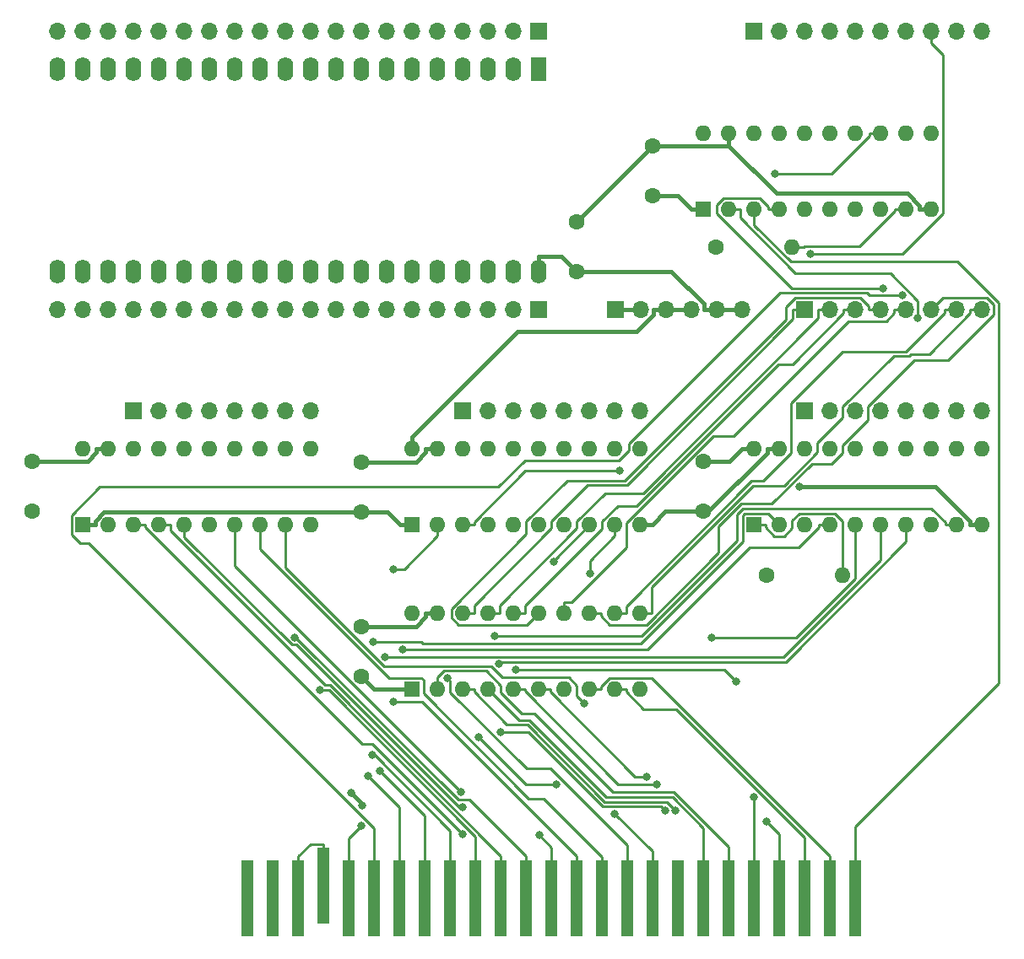
<source format=gtl>
G04 #@! TF.GenerationSoftware,KiCad,Pcbnew,(6.0.9)*
G04 #@! TF.CreationDate,2023-07-02T11:07:52+02:00*
G04 #@! TF.ProjectId,Cartucho_MSX_Tang_Nano_20k_Breakout,43617274-7563-4686-9f5f-4d53585f5461,rev?*
G04 #@! TF.SameCoordinates,Original*
G04 #@! TF.FileFunction,Copper,L1,Top*
G04 #@! TF.FilePolarity,Positive*
%FSLAX46Y46*%
G04 Gerber Fmt 4.6, Leading zero omitted, Abs format (unit mm)*
G04 Created by KiCad (PCBNEW (6.0.9)) date 2023-07-02 11:07:52*
%MOMM*%
%LPD*%
G01*
G04 APERTURE LIST*
G04 #@! TA.AperFunction,ComponentPad*
%ADD10R,1.600000X2.400000*%
G04 #@! TD*
G04 #@! TA.AperFunction,ComponentPad*
%ADD11O,1.600000X2.400000*%
G04 #@! TD*
G04 #@! TA.AperFunction,ComponentPad*
%ADD12R,1.700000X1.700000*%
G04 #@! TD*
G04 #@! TA.AperFunction,ComponentPad*
%ADD13O,1.700000X1.700000*%
G04 #@! TD*
G04 #@! TA.AperFunction,ComponentPad*
%ADD14C,1.600000*%
G04 #@! TD*
G04 #@! TA.AperFunction,ComponentPad*
%ADD15R,1.600000X1.600000*%
G04 #@! TD*
G04 #@! TA.AperFunction,ComponentPad*
%ADD16O,1.600000X1.600000*%
G04 #@! TD*
G04 #@! TA.AperFunction,SMDPad,CuDef*
%ADD17R,1.270000X7.620000*%
G04 #@! TD*
G04 #@! TA.AperFunction,ViaPad*
%ADD18C,0.800000*%
G04 #@! TD*
G04 #@! TA.AperFunction,Conductor*
%ADD19C,0.400000*%
G04 #@! TD*
G04 #@! TA.AperFunction,Conductor*
%ADD20C,0.250000*%
G04 #@! TD*
G04 APERTURE END LIST*
D10*
X110460000Y-55880000D03*
D11*
X107920000Y-55880000D03*
X105380000Y-55880000D03*
X102840000Y-55880000D03*
X100300000Y-55880000D03*
X97760000Y-55880000D03*
X95220000Y-55880000D03*
X92680000Y-55880000D03*
X90140000Y-55880000D03*
X87600000Y-55880000D03*
X85060000Y-55880000D03*
X82520000Y-55880000D03*
X79980000Y-55880000D03*
X77440000Y-55880000D03*
X74900000Y-55880000D03*
X72360000Y-55880000D03*
X69820000Y-55880000D03*
X67280000Y-55880000D03*
X64740000Y-55880000D03*
X62200000Y-55880000D03*
X62200000Y-76200000D03*
X64740000Y-76200000D03*
X67280000Y-76200000D03*
X69820000Y-76200000D03*
X72360000Y-76200000D03*
X74900000Y-76200000D03*
X77440000Y-76200000D03*
X79980000Y-76200000D03*
X82520000Y-76200000D03*
X85060000Y-76200000D03*
X87600000Y-76200000D03*
X90140000Y-76200000D03*
X92680000Y-76200000D03*
X95220000Y-76200000D03*
X97760000Y-76200000D03*
X100300000Y-76200000D03*
X102840000Y-76200000D03*
X105380000Y-76200000D03*
X107920000Y-76200000D03*
X110460000Y-76200000D03*
D12*
X110460000Y-80010000D03*
D13*
X107920000Y-80010000D03*
X105380000Y-80010000D03*
X102840000Y-80010000D03*
X100300000Y-80010000D03*
X97760000Y-80010000D03*
X95220000Y-80010000D03*
X92680000Y-80010000D03*
X90140000Y-80010000D03*
X87600000Y-80010000D03*
X85060000Y-80010000D03*
X82520000Y-80010000D03*
X79980000Y-80010000D03*
X77440000Y-80010000D03*
X74900000Y-80010000D03*
X72360000Y-80010000D03*
X69820000Y-80010000D03*
X67280000Y-80010000D03*
X64740000Y-80010000D03*
X62200000Y-80010000D03*
D14*
X114300000Y-76135000D03*
X114300000Y-71135000D03*
X127000000Y-95225000D03*
X127000000Y-100225000D03*
X59695000Y-100215000D03*
X59695000Y-95215000D03*
D15*
X64775000Y-101565000D03*
D16*
X67315000Y-101565000D03*
X69855000Y-101565000D03*
X72395000Y-101565000D03*
X74935000Y-101565000D03*
X77475000Y-101565000D03*
X80015000Y-101565000D03*
X82555000Y-101565000D03*
X85095000Y-101565000D03*
X87635000Y-101565000D03*
X87635000Y-93945000D03*
X85095000Y-93945000D03*
X82555000Y-93945000D03*
X80015000Y-93945000D03*
X77475000Y-93945000D03*
X74935000Y-93945000D03*
X72395000Y-93945000D03*
X69855000Y-93945000D03*
X67315000Y-93945000D03*
X64775000Y-93945000D03*
D17*
X142240000Y-139065000D03*
X139700000Y-139065000D03*
X137160000Y-139065000D03*
X134620000Y-139065000D03*
X132080000Y-139065000D03*
X129540000Y-139065000D03*
X127000000Y-139065000D03*
X124460000Y-139065000D03*
X121920000Y-139065000D03*
X119380000Y-139065000D03*
X116840000Y-139065000D03*
X114300000Y-139065000D03*
X111760000Y-139065000D03*
X109220000Y-139065000D03*
X106680000Y-139065000D03*
X104140000Y-139065000D03*
X101600000Y-139065000D03*
X99060000Y-139065000D03*
X96520000Y-139065000D03*
X93980000Y-139065000D03*
X91440000Y-139065000D03*
X88900000Y-137795000D03*
X86360000Y-139065000D03*
X83820000Y-139065000D03*
X81280000Y-139065000D03*
D14*
X128270000Y-73715000D03*
D16*
X135890000Y-73715000D03*
D12*
X110460000Y-52070000D03*
D13*
X107920000Y-52070000D03*
X105380000Y-52070000D03*
X102840000Y-52070000D03*
X100300000Y-52070000D03*
X97760000Y-52070000D03*
X95220000Y-52070000D03*
X92680000Y-52070000D03*
X90140000Y-52070000D03*
X87600000Y-52070000D03*
X85060000Y-52070000D03*
X82520000Y-52070000D03*
X79980000Y-52070000D03*
X77440000Y-52070000D03*
X74900000Y-52070000D03*
X72360000Y-52070000D03*
X69820000Y-52070000D03*
X67280000Y-52070000D03*
X64740000Y-52070000D03*
X62200000Y-52070000D03*
D12*
X137160000Y-79985000D03*
D13*
X139700000Y-79985000D03*
X142240000Y-79985000D03*
X144780000Y-79985000D03*
X147320000Y-79985000D03*
X149860000Y-79985000D03*
X152400000Y-79985000D03*
X154940000Y-79985000D03*
D15*
X97795000Y-118075000D03*
D16*
X100335000Y-118075000D03*
X102875000Y-118075000D03*
X105415000Y-118075000D03*
X107955000Y-118075000D03*
X110495000Y-118075000D03*
X113035000Y-118075000D03*
X115575000Y-118075000D03*
X118115000Y-118075000D03*
X120655000Y-118075000D03*
X120655000Y-110455000D03*
X118115000Y-110455000D03*
X115575000Y-110455000D03*
X113035000Y-110455000D03*
X110495000Y-110455000D03*
X107955000Y-110455000D03*
X105415000Y-110455000D03*
X102875000Y-110455000D03*
X100335000Y-110455000D03*
X97795000Y-110455000D03*
D14*
X92715000Y-100295000D03*
X92715000Y-95295000D03*
X121920000Y-68555000D03*
X121920000Y-63555000D03*
X133350000Y-106655000D03*
D16*
X140970000Y-106655000D03*
D14*
X92715000Y-116805000D03*
X92715000Y-111805000D03*
D12*
X69850000Y-90145000D03*
D13*
X72390000Y-90145000D03*
X74930000Y-90145000D03*
X77470000Y-90145000D03*
X80010000Y-90145000D03*
X82550000Y-90145000D03*
X85090000Y-90145000D03*
X87630000Y-90145000D03*
D12*
X118135000Y-79960000D03*
D13*
X120675000Y-79960000D03*
X123215000Y-79960000D03*
X125755000Y-79960000D03*
X128295000Y-79960000D03*
X130835000Y-79960000D03*
D12*
X132080000Y-52045000D03*
D13*
X134620000Y-52045000D03*
X137160000Y-52045000D03*
X139700000Y-52045000D03*
X142240000Y-52045000D03*
X144780000Y-52045000D03*
X147320000Y-52045000D03*
X149860000Y-52045000D03*
X152400000Y-52045000D03*
X154940000Y-52045000D03*
D15*
X127000000Y-69905000D03*
D16*
X129540000Y-69905000D03*
X132080000Y-69905000D03*
X134620000Y-69905000D03*
X137160000Y-69905000D03*
X139700000Y-69905000D03*
X142240000Y-69905000D03*
X144780000Y-69905000D03*
X147320000Y-69905000D03*
X149860000Y-69905000D03*
X149860000Y-62285000D03*
X147320000Y-62285000D03*
X144780000Y-62285000D03*
X142240000Y-62285000D03*
X139700000Y-62285000D03*
X137160000Y-62285000D03*
X134620000Y-62285000D03*
X132080000Y-62285000D03*
X129540000Y-62285000D03*
X127000000Y-62285000D03*
D15*
X132080000Y-101575000D03*
D16*
X134620000Y-101575000D03*
X137160000Y-101575000D03*
X139700000Y-101575000D03*
X142240000Y-101575000D03*
X144780000Y-101575000D03*
X147320000Y-101575000D03*
X149860000Y-101575000D03*
X152400000Y-101575000D03*
X154940000Y-101575000D03*
X154940000Y-93955000D03*
X152400000Y-93955000D03*
X149860000Y-93955000D03*
X147320000Y-93955000D03*
X144780000Y-93955000D03*
X142240000Y-93955000D03*
X139700000Y-93955000D03*
X137160000Y-93955000D03*
X134620000Y-93955000D03*
X132080000Y-93955000D03*
D15*
X97795000Y-101565000D03*
D16*
X100335000Y-101565000D03*
X102875000Y-101565000D03*
X105415000Y-101565000D03*
X107955000Y-101565000D03*
X110495000Y-101565000D03*
X113035000Y-101565000D03*
X115575000Y-101565000D03*
X118115000Y-101565000D03*
X120655000Y-101565000D03*
X120655000Y-93945000D03*
X118115000Y-93945000D03*
X115575000Y-93945000D03*
X113035000Y-93945000D03*
X110495000Y-93945000D03*
X107955000Y-93945000D03*
X105415000Y-93945000D03*
X102875000Y-93945000D03*
X100335000Y-93945000D03*
X97795000Y-93945000D03*
D12*
X102870000Y-90145000D03*
D13*
X105410000Y-90145000D03*
X107950000Y-90145000D03*
X110490000Y-90145000D03*
X113030000Y-90145000D03*
X115570000Y-90145000D03*
X118110000Y-90145000D03*
X120650000Y-90145000D03*
D12*
X137160000Y-90145000D03*
D13*
X139700000Y-90145000D03*
X142240000Y-90145000D03*
X144780000Y-90145000D03*
X147320000Y-90145000D03*
X149860000Y-90145000D03*
X152400000Y-90145000D03*
X154940000Y-90145000D03*
D18*
X91640200Y-128515200D03*
X136631500Y-97762200D03*
X92731800Y-129743800D03*
X86014300Y-112882100D03*
X124197800Y-130235700D03*
X122312500Y-127662700D03*
X121283100Y-126865900D03*
X104420700Y-122903000D03*
X92722000Y-131809700D03*
X112240500Y-127659000D03*
X93909100Y-113309700D03*
X93814300Y-124678500D03*
X130295100Y-117284300D03*
X108207600Y-116120500D03*
X96831800Y-114072400D03*
X94551100Y-126258800D03*
X127803800Y-112934200D03*
X106637200Y-122418500D03*
X123184800Y-130279300D03*
X93374100Y-126809000D03*
X95084100Y-114835200D03*
X106505800Y-115560400D03*
X146920300Y-78515000D03*
X106042400Y-112750300D03*
X102839900Y-132645900D03*
X102825400Y-129916500D03*
X88515300Y-118194800D03*
X102707900Y-128444200D03*
X115048500Y-119502400D03*
X118629500Y-96176300D03*
X118127200Y-130566800D03*
X115601600Y-106463600D03*
X101308300Y-116975500D03*
X95943500Y-106049800D03*
X95943500Y-119367500D03*
X111954000Y-105330700D03*
X110518200Y-132717300D03*
X137689300Y-74422400D03*
X148517900Y-80838200D03*
X144976700Y-77825100D03*
X134158500Y-66345600D03*
X133357500Y-131372700D03*
X132080000Y-128934200D03*
D19*
X97795000Y-101565000D02*
X96594900Y-101565000D01*
X97795000Y-92744900D02*
X108379400Y-82160500D01*
X132080000Y-93955000D02*
X130879900Y-93955000D01*
X92715000Y-100295000D02*
X66870100Y-100295000D01*
X129609900Y-95225000D02*
X130879900Y-93955000D01*
X93985000Y-118075000D02*
X92715000Y-116805000D01*
X96594900Y-118075000D02*
X93985000Y-118075000D01*
X97795000Y-118075000D02*
X96594900Y-118075000D01*
X127000000Y-95225000D02*
X129609900Y-95225000D01*
X121920000Y-68555000D02*
X124449900Y-68555000D01*
X97795000Y-93945000D02*
X97795000Y-92744900D01*
X121964900Y-80478000D02*
X121964900Y-79960000D01*
X108379400Y-82160500D02*
X120282400Y-82160500D01*
X127000000Y-69905000D02*
X125799900Y-69905000D01*
X120282400Y-82160500D02*
X121964900Y-80478000D01*
X123215000Y-79960000D02*
X121964900Y-79960000D01*
X124449900Y-68555000D02*
X125799900Y-69905000D01*
X95324900Y-100295000D02*
X92715000Y-100295000D01*
X65975100Y-101190000D02*
X65975100Y-101565000D01*
X125755000Y-79960000D02*
X123215000Y-79960000D01*
X64775000Y-101565000D02*
X65975100Y-101565000D01*
X96594900Y-101565000D02*
X95324900Y-100295000D01*
X66870100Y-100295000D02*
X65975100Y-101190000D01*
X66114900Y-93945000D02*
X66114900Y-94320000D01*
X121920000Y-63555000D02*
X129540000Y-63555000D01*
X100335000Y-110455000D02*
X99134900Y-110455000D01*
X149860000Y-69905000D02*
X148659900Y-69905000D01*
X121880000Y-63555000D02*
X121920000Y-63555000D01*
X147459900Y-68332000D02*
X148659900Y-69532000D01*
X66114900Y-94320000D02*
X65219900Y-95215000D01*
X92731800Y-129606800D02*
X92731800Y-129743800D01*
X98157900Y-111805000D02*
X99134900Y-110828000D01*
X100335000Y-93945000D02*
X99134900Y-93945000D01*
X99134900Y-110828000D02*
X99134900Y-110455000D01*
X118135000Y-79960000D02*
X120675000Y-79960000D01*
X133419900Y-94328000D02*
X133419900Y-93955000D01*
X148659900Y-69532000D02*
X148659900Y-69905000D01*
X98157900Y-95295000D02*
X99134900Y-94318000D01*
X99134900Y-94318000D02*
X99134900Y-93945000D01*
X120655000Y-101565000D02*
X121855100Y-101565000D01*
X67315000Y-93945000D02*
X66114900Y-93945000D01*
X127000000Y-100225000D02*
X127522900Y-100225000D01*
X92715000Y-95295000D02*
X98157900Y-95295000D01*
X121855100Y-101565000D02*
X123195100Y-100225000D01*
X123195100Y-100225000D02*
X127000000Y-100225000D01*
X136631500Y-97762200D02*
X150300100Y-97762200D01*
X134317000Y-68332000D02*
X147459900Y-68332000D01*
X92715000Y-111805000D02*
X98157900Y-111805000D01*
X134620000Y-93955000D02*
X133419900Y-93955000D01*
X129540000Y-63555000D02*
X134317000Y-68332000D01*
X129540000Y-62285000D02*
X129540000Y-63485100D01*
X65219900Y-95215000D02*
X59695000Y-95215000D01*
X150300100Y-97762200D02*
X153739900Y-101202000D01*
X127522900Y-100225000D02*
X133419900Y-94328000D01*
X153739900Y-101202000D02*
X153739900Y-101575000D01*
X154940000Y-101575000D02*
X153739900Y-101575000D01*
X114300000Y-71135000D02*
X121880000Y-63555000D01*
X129540000Y-63485100D02*
X129540000Y-63555000D01*
X91640200Y-128515200D02*
X92731800Y-129606800D01*
X123766800Y-76135000D02*
X114300000Y-76135000D01*
X128295000Y-79960000D02*
X127044900Y-79960000D01*
X110460000Y-76200000D02*
X110460000Y-74599900D01*
X114300000Y-76135000D02*
X112764900Y-74599900D01*
X112764900Y-74599900D02*
X110460000Y-74599900D01*
X127044900Y-79960000D02*
X127044900Y-79413100D01*
X130835000Y-79960000D02*
X128295000Y-79960000D01*
X127044900Y-79413100D02*
X123766800Y-76135000D01*
D20*
X86360000Y-134870800D02*
X87570900Y-133659900D01*
X88900000Y-137795000D02*
X88900000Y-133659900D01*
X86360000Y-139065000D02*
X86360000Y-134870800D01*
X87570900Y-133659900D02*
X88900000Y-133659900D01*
X109220000Y-134878900D02*
X103532500Y-129191400D01*
X109220000Y-139065000D02*
X109220000Y-134878900D01*
X102404300Y-129191400D02*
X86095000Y-112882100D01*
X86095000Y-112882100D02*
X86014300Y-112882100D01*
X103532500Y-129191400D02*
X102404300Y-129191400D01*
X105210000Y-116246800D02*
X106685000Y-117721800D01*
X100998300Y-116246800D02*
X105210000Y-116246800D01*
X106685000Y-118448400D02*
X108756400Y-120519800D01*
X124022700Y-128387800D02*
X129540000Y-133905100D01*
X100335000Y-116910100D02*
X100998300Y-116246800D01*
X110078400Y-120519800D02*
X117946400Y-128387800D01*
X108756400Y-120519800D02*
X110078400Y-120519800D01*
X100335000Y-118075000D02*
X100335000Y-116910100D01*
X117946400Y-128387800D02*
X124022700Y-128387800D01*
X129540000Y-133905100D02*
X129540000Y-139065000D01*
X106685000Y-117721800D02*
X106685000Y-118448400D01*
X117078100Y-129391500D02*
X123353600Y-129391500D01*
X123353600Y-129391500D02*
X124197800Y-130235700D01*
X102875000Y-118075000D02*
X104000100Y-118075000D01*
X109331700Y-121645100D02*
X117078100Y-129391500D01*
X107288900Y-121645100D02*
X109331700Y-121645100D01*
X104000100Y-118356300D02*
X107288900Y-121645100D01*
X104000100Y-118075000D02*
X104000100Y-118356300D01*
X108535000Y-121195000D02*
X109518200Y-121195000D01*
X105415000Y-118075000D02*
X108535000Y-121195000D01*
X127000000Y-132005600D02*
X127000000Y-139065000D01*
X117264600Y-128941400D02*
X123935800Y-128941400D01*
X109518200Y-121195000D02*
X117264600Y-128941400D01*
X123935800Y-128941400D02*
X127000000Y-132005600D01*
X109080100Y-118075000D02*
X109080100Y-118277400D01*
X118465400Y-127662700D02*
X122312500Y-127662700D01*
X109080100Y-118277400D02*
X118465400Y-127662700D01*
X107955000Y-118075000D02*
X109080100Y-118075000D01*
X110495000Y-118075000D02*
X111620100Y-118075000D01*
X120129600Y-126865900D02*
X111620100Y-118356400D01*
X111620100Y-118356400D02*
X111620100Y-118075000D01*
X121283100Y-126865900D02*
X120129600Y-126865900D01*
X109176700Y-127659000D02*
X112240500Y-127659000D01*
X104420700Y-122903000D02*
X109176700Y-127659000D01*
X92722000Y-131809700D02*
X91440000Y-133091700D01*
X91440000Y-133091700D02*
X91440000Y-139065000D01*
X94013700Y-124678500D02*
X93814300Y-124678500D01*
X134620000Y-101575000D02*
X133494800Y-100449800D01*
X130954900Y-103235800D02*
X120705100Y-113485600D01*
X120705100Y-113485600D02*
X98885100Y-113485600D01*
X131124800Y-100449800D02*
X130954900Y-100619700D01*
X133494800Y-100449800D02*
X131124800Y-100449800D01*
X101600000Y-132264800D02*
X94013700Y-124678500D01*
X98709200Y-113309700D02*
X93909100Y-113309700D01*
X101600000Y-139065000D02*
X101600000Y-132264800D01*
X98885100Y-113485600D02*
X98709200Y-113309700D01*
X130954900Y-100619700D02*
X130954900Y-103235800D01*
X130295100Y-117284300D02*
X129131300Y-116120500D01*
X129131300Y-116120500D02*
X108207600Y-116120500D01*
X99060000Y-130767700D02*
X99060000Y-139065000D01*
X138574900Y-101856300D02*
X136580400Y-103850800D01*
X136580400Y-103850800D02*
X131601300Y-103850800D01*
X139700000Y-101575000D02*
X138574900Y-101575000D01*
X121379700Y-114072400D02*
X96831800Y-114072400D01*
X131601300Y-103850800D02*
X121379700Y-114072400D01*
X94551100Y-126258800D02*
X99060000Y-130767700D01*
X138574900Y-101575000D02*
X138574900Y-101856300D01*
X142240000Y-101575000D02*
X142240000Y-107005600D01*
X122747100Y-129841600D02*
X123184800Y-130279300D01*
X106637200Y-122418500D02*
X109468500Y-122418500D01*
X109468500Y-122418500D02*
X116891600Y-129841600D01*
X136311400Y-112934200D02*
X127803800Y-112934200D01*
X142240000Y-107005600D02*
X136311400Y-112934200D01*
X116891600Y-129841600D02*
X122747100Y-129841600D01*
X95084100Y-114835200D02*
X135047100Y-114835200D01*
X144780000Y-105102300D02*
X144780000Y-101575000D01*
X135047100Y-114835200D02*
X144780000Y-105102300D01*
X93374100Y-126809000D02*
X96520000Y-129954900D01*
X96520000Y-129954900D02*
X96520000Y-139065000D01*
X135236500Y-115331200D02*
X147320000Y-103247700D01*
X106505800Y-115560400D02*
X106735000Y-115331200D01*
X106735000Y-115331200D02*
X135236500Y-115331200D01*
X147320000Y-103247700D02*
X147320000Y-102700100D01*
X147320000Y-101575000D02*
X147320000Y-102700100D01*
X63635500Y-102562500D02*
X64462500Y-103389500D01*
X118493300Y-95160000D02*
X109077200Y-95160000D01*
X64462500Y-103389500D02*
X65341600Y-103389500D01*
X119529800Y-94123500D02*
X118493300Y-95160000D01*
X119529800Y-93475700D02*
X119529800Y-94123500D01*
X66445900Y-97795000D02*
X63635500Y-100605400D01*
X134696100Y-78309400D02*
X119529800Y-93475700D01*
X106442200Y-97795000D02*
X66445900Y-97795000D01*
X65341600Y-103389500D02*
X93980000Y-132027900D01*
X143643400Y-78576100D02*
X143376700Y-78309400D01*
X63635500Y-100605400D02*
X63635500Y-102562500D01*
X146859200Y-78576100D02*
X143643400Y-78576100D01*
X143376700Y-78309400D02*
X134696100Y-78309400D01*
X146920300Y-78515000D02*
X146859200Y-78576100D01*
X93980000Y-132027900D02*
X93980000Y-139065000D01*
X109077200Y-95160000D02*
X106442200Y-97795000D01*
X151274900Y-101575000D02*
X151274900Y-101341900D01*
X120803800Y-112750300D02*
X106042400Y-112750300D01*
X151274900Y-101341900D02*
X149866500Y-99933500D01*
X130367800Y-103186300D02*
X120803800Y-112750300D01*
X149866500Y-99933500D02*
X130983400Y-99933500D01*
X152400000Y-101575000D02*
X151274900Y-101575000D01*
X130983400Y-99933500D02*
X130367800Y-100549100D01*
X130367800Y-100549100D02*
X130367800Y-103186300D01*
X70980100Y-101798200D02*
X92743700Y-123561800D01*
X70980100Y-101565000D02*
X70980100Y-101798200D01*
X93755800Y-123561800D02*
X102839900Y-132645900D01*
X92743700Y-123561800D02*
X93755800Y-123561800D01*
X69855000Y-101565000D02*
X70980100Y-101565000D01*
X72395000Y-101565000D02*
X73520100Y-101565000D01*
X73520100Y-102163800D02*
X89035200Y-117678900D01*
X89035200Y-117678900D02*
X89560400Y-117678900D01*
X106680000Y-134798500D02*
X106680000Y-139065000D01*
X73520100Y-101565000D02*
X73520100Y-102163800D01*
X89560400Y-117678900D02*
X106680000Y-134798500D01*
X85733900Y-113627400D02*
X86194000Y-113627400D01*
X102483100Y-129916500D02*
X102825400Y-129916500D01*
X86194000Y-113627400D02*
X102483100Y-129916500D01*
X74935000Y-102690100D02*
X74935000Y-102828500D01*
X74935000Y-102828500D02*
X85733900Y-113627400D01*
X74935000Y-101565000D02*
X74935000Y-102690100D01*
X104140000Y-132895100D02*
X104140000Y-139065000D01*
X89439700Y-118194800D02*
X104140000Y-132895100D01*
X88515300Y-118194800D02*
X89439700Y-118194800D01*
X80015000Y-101565000D02*
X80015000Y-105751300D01*
X80015000Y-105751300D02*
X102707900Y-128444200D01*
X98920200Y-118489400D02*
X109474000Y-129043200D01*
X95496500Y-116949800D02*
X98733800Y-116949800D01*
X109474000Y-129043200D02*
X110994300Y-129043200D01*
X110994300Y-129043200D02*
X116840000Y-134888900D01*
X116840000Y-134888900D02*
X116840000Y-139065000D01*
X98733800Y-116949800D02*
X98920200Y-117136200D01*
X82555000Y-104008300D02*
X95496500Y-116949800D01*
X98920200Y-117136200D02*
X98920200Y-118489400D01*
X82555000Y-101565000D02*
X82555000Y-104008300D01*
X114305000Y-117741200D02*
X113473700Y-116909900D01*
X94976600Y-115793200D02*
X85095000Y-105911600D01*
X105713100Y-115793200D02*
X94976600Y-115793200D01*
X85095000Y-105911600D02*
X85095000Y-101565000D01*
X115048500Y-119502400D02*
X114305000Y-118758900D01*
X106829800Y-116909900D02*
X105713100Y-115793200D01*
X113473700Y-116909900D02*
X106829800Y-116909900D01*
X114305000Y-118758900D02*
X114305000Y-117741200D01*
X104000100Y-101565000D02*
X104000100Y-101283600D01*
X104000100Y-101283600D02*
X109107400Y-96176300D01*
X109107400Y-96176300D02*
X118629500Y-96176300D01*
X102875000Y-101565000D02*
X104000100Y-101565000D01*
X121920000Y-134359600D02*
X121920000Y-139065000D01*
X118127200Y-130566800D02*
X121920000Y-134359600D01*
X118115000Y-101565000D02*
X118115000Y-102690100D01*
X115601600Y-105203500D02*
X115601600Y-106463600D01*
X118115000Y-102690100D02*
X115601600Y-105203500D01*
X101610600Y-118419400D02*
X109266200Y-126075000D01*
X101308300Y-116975500D02*
X101610600Y-117277800D01*
X109266200Y-126075000D02*
X111682100Y-126075000D01*
X111682100Y-126075000D02*
X119380000Y-133772900D01*
X101610600Y-117277800D02*
X101610600Y-118419400D01*
X119380000Y-133772900D02*
X119380000Y-139065000D01*
X100335000Y-101565000D02*
X100335000Y-102690100D01*
X114300000Y-134852300D02*
X114300000Y-139065000D01*
X100335000Y-102690100D02*
X96975300Y-106049800D01*
X95943500Y-119367500D02*
X98815200Y-119367500D01*
X98815200Y-119367500D02*
X114300000Y-134852300D01*
X96975300Y-106049800D02*
X95943500Y-106049800D01*
X115575000Y-101565000D02*
X111954000Y-105186000D01*
X111954000Y-105186000D02*
X111954000Y-105330700D01*
X111760000Y-133959100D02*
X111760000Y-139065000D01*
X110518200Y-132717300D02*
X111760000Y-133959100D01*
X149860000Y-53220100D02*
X151035000Y-54395100D01*
X151035000Y-54395100D02*
X151035000Y-70333300D01*
X140970000Y-101248500D02*
X140970000Y-106655000D01*
X132080000Y-101575000D02*
X133205100Y-101575000D01*
X146945900Y-74422400D02*
X137689300Y-74422400D01*
X135073200Y-102719200D02*
X135890000Y-101902400D01*
X136628500Y-100437500D02*
X140159000Y-100437500D01*
X151035000Y-70333300D02*
X146945900Y-74422400D01*
X133205100Y-101575000D02*
X133205100Y-101856300D01*
X149860000Y-52045000D02*
X149860000Y-53220100D01*
X133205100Y-101856300D02*
X134068000Y-102719200D01*
X135890000Y-101902400D02*
X135890000Y-101176000D01*
X140159000Y-100437500D02*
X140970000Y-101248500D01*
X135890000Y-101176000D02*
X136628500Y-100437500D01*
X134068000Y-102719200D02*
X135073200Y-102719200D01*
X119240100Y-118356400D02*
X120984000Y-120100300D01*
X118115000Y-118075000D02*
X119240100Y-118075000D01*
X119240100Y-118075000D02*
X119240100Y-118356400D01*
X137160000Y-132983500D02*
X137160000Y-139065000D01*
X124276800Y-120100300D02*
X137160000Y-132983500D01*
X120984000Y-120100300D02*
X124276800Y-120100300D01*
X131998600Y-97644100D02*
X121780100Y-107862600D01*
X153764900Y-79985000D02*
X153764900Y-80350200D01*
X140970000Y-90775000D02*
X138430000Y-93315000D01*
X138430000Y-94282400D02*
X135068300Y-97644100D01*
X135068300Y-97644100D02*
X131998600Y-97644100D01*
X120655000Y-110455000D02*
X121780100Y-110455000D01*
X147614800Y-84632000D02*
X146086500Y-84632000D01*
X153764900Y-80350200D02*
X149669600Y-84445500D01*
X149669600Y-84445500D02*
X147801300Y-84445500D01*
X140970000Y-89748500D02*
X140970000Y-90775000D01*
X138430000Y-93315000D02*
X138430000Y-94282400D01*
X146086500Y-84632000D02*
X140970000Y-89748500D01*
X147801300Y-84445500D02*
X147614800Y-84632000D01*
X154940000Y-79985000D02*
X153764900Y-79985000D01*
X121780100Y-107862600D02*
X121780100Y-110455000D01*
X151053400Y-78791600D02*
X149860000Y-79985000D01*
X133875400Y-99483300D02*
X137905700Y-95453000D01*
X128521200Y-101758300D02*
X130796200Y-99483300D01*
X143510000Y-89724200D02*
X148169200Y-85065000D01*
X143510000Y-91079600D02*
X143510000Y-89724200D01*
X151559600Y-85065000D02*
X156117900Y-80506700D01*
X117581800Y-111618000D02*
X121299400Y-111618000D01*
X148169200Y-85065000D02*
X151559600Y-85065000D01*
X156117900Y-79460400D02*
X155449100Y-78791600D01*
X156117900Y-80506700D02*
X156117900Y-79460400D01*
X140970000Y-94341700D02*
X140970000Y-93619600D01*
X128521200Y-104396200D02*
X128521200Y-101758300D01*
X155449100Y-78791600D02*
X151053400Y-78791600D01*
X139858700Y-95453000D02*
X140970000Y-94341700D01*
X121299400Y-111618000D02*
X128521200Y-104396200D01*
X137905700Y-95453000D02*
X139858700Y-95453000D01*
X116700100Y-110455000D02*
X116700100Y-110736300D01*
X130796200Y-99483300D02*
X133875400Y-99483300D01*
X140970000Y-93619600D02*
X143510000Y-91079600D01*
X116700100Y-110736300D02*
X117581800Y-111618000D01*
X115575000Y-110455000D02*
X116700100Y-110455000D01*
X147320000Y-79985000D02*
X146144900Y-79985000D01*
X119240100Y-101381200D02*
X127978000Y-92643300D01*
X130040800Y-92643300D02*
X141524000Y-81160100D01*
X113035000Y-110455000D02*
X113035000Y-109329900D01*
X146144900Y-80352300D02*
X146144900Y-79985000D01*
X113760800Y-109329900D02*
X119240100Y-103850600D01*
X113035000Y-109329900D02*
X113760800Y-109329900D01*
X145337100Y-81160100D02*
X146144900Y-80352300D01*
X141524000Y-81160100D02*
X145337100Y-81160100D01*
X127978000Y-92643300D02*
X130040800Y-92643300D01*
X119240100Y-103850600D02*
X119240100Y-101381200D01*
X135249400Y-79705300D02*
X136195100Y-78759600D01*
X109225000Y-101211500D02*
X113305600Y-97130900D01*
X113305600Y-97130900D02*
X119091100Y-97130900D01*
X109320100Y-111629900D02*
X102413300Y-111629900D01*
X102413300Y-111629900D02*
X101702500Y-110919100D01*
X136195100Y-78759600D02*
X142744700Y-78759600D01*
X135249400Y-80972600D02*
X135249400Y-79705300D01*
X142744700Y-78759600D02*
X143604900Y-79619800D01*
X144780000Y-79985000D02*
X143604900Y-79985000D01*
X110495000Y-110455000D02*
X109320100Y-111629900D01*
X109225000Y-102497800D02*
X109225000Y-101211500D01*
X101702500Y-110020300D02*
X109225000Y-102497800D01*
X119091100Y-97130900D02*
X135249400Y-80972600D01*
X101702500Y-110919100D02*
X101702500Y-110020300D01*
X143604900Y-79619800D02*
X143604900Y-79985000D01*
X142240000Y-79985000D02*
X141064900Y-79985000D01*
X118392000Y-99681300D02*
X120296300Y-99681300D01*
X141064900Y-80350200D02*
X141064900Y-79985000D01*
X120296300Y-99681300D02*
X134537400Y-85440200D01*
X109080100Y-109725300D02*
X116845000Y-101960400D01*
X107955000Y-110455000D02*
X109080100Y-110455000D01*
X116845000Y-101228300D02*
X118392000Y-99681300D01*
X109080100Y-110455000D02*
X109080100Y-109725300D01*
X134537400Y-85440200D02*
X135974900Y-85440200D01*
X116845000Y-101960400D02*
X116845000Y-101228300D01*
X135974900Y-85440200D02*
X141064900Y-80350200D01*
X106540100Y-109651200D02*
X114305000Y-101886300D01*
X114305000Y-101886300D02*
X114305000Y-101242300D01*
X139700000Y-79985000D02*
X138524900Y-79985000D01*
X105415000Y-110455000D02*
X106540100Y-110455000D01*
X117129200Y-98418100D02*
X120922800Y-98418100D01*
X106540100Y-110455000D02*
X106540100Y-109651200D01*
X114305000Y-101242300D02*
X117129200Y-98418100D01*
X120922800Y-98418100D02*
X138524900Y-80816000D01*
X138524900Y-80816000D02*
X138524900Y-79985000D01*
X104000100Y-110455000D02*
X104000100Y-109704500D01*
X102875000Y-110455000D02*
X104000100Y-110455000D01*
X119351200Y-97581100D02*
X135984900Y-80947400D01*
X137160000Y-79985000D02*
X135984900Y-79985000D01*
X111765000Y-101219500D02*
X115403400Y-97581100D01*
X115403400Y-97581100D02*
X119351200Y-97581100D01*
X111765000Y-101939600D02*
X111765000Y-101219500D01*
X135984900Y-80947400D02*
X135984900Y-79985000D01*
X104000100Y-109704500D02*
X111765000Y-101939600D01*
X129540000Y-69905000D02*
X130665100Y-69905000D01*
X130665100Y-70748800D02*
X130665100Y-69905000D01*
X148517900Y-80838200D02*
X148517900Y-79087100D01*
X145731100Y-76300300D02*
X136216600Y-76300300D01*
X136216600Y-76300300D02*
X130665100Y-70748800D01*
X148517900Y-79087100D02*
X145731100Y-76300300D01*
X156631800Y-117508200D02*
X156631800Y-79337600D01*
X135743100Y-75184700D02*
X132080000Y-71521600D01*
X142240000Y-131900000D02*
X156631800Y-117508200D01*
X142240000Y-139065000D02*
X142240000Y-131900000D01*
X152478900Y-75184700D02*
X135743100Y-75184700D01*
X132080000Y-71521600D02*
X132080000Y-69905000D01*
X156631800Y-79337600D02*
X152478900Y-75184700D01*
X133494900Y-69905000D02*
X133494900Y-69623700D01*
X128354300Y-70311000D02*
X135868400Y-77825100D01*
X129041700Y-68756000D02*
X128354300Y-69443400D01*
X134620000Y-69905000D02*
X133494900Y-69905000D01*
X132627200Y-68756000D02*
X129041700Y-68756000D01*
X128354300Y-69443400D02*
X128354300Y-70311000D01*
X133494900Y-69623700D02*
X132627200Y-68756000D01*
X135868400Y-77825100D02*
X144976700Y-77825100D01*
X116700100Y-118075000D02*
X116700100Y-117793700D01*
X115575000Y-118075000D02*
X116700100Y-118075000D01*
X116700100Y-117793700D02*
X117550000Y-116943800D01*
X121780100Y-116943800D02*
X139700000Y-134863700D01*
X117550000Y-116943800D02*
X121780100Y-116943800D01*
X139700000Y-134863700D02*
X139700000Y-139065000D01*
X142666300Y-73612300D02*
X137117800Y-73612300D01*
X146194900Y-70083700D02*
X142666300Y-73612300D01*
X135890000Y-73715000D02*
X137015100Y-73715000D01*
X146194900Y-69905000D02*
X146194900Y-70083700D01*
X137117800Y-73612300D02*
X137015100Y-73715000D01*
X147320000Y-69905000D02*
X146194900Y-69905000D01*
X139875600Y-66345600D02*
X134158500Y-66345600D01*
X133357500Y-131372700D02*
X134620000Y-132635200D01*
X143654900Y-62285000D02*
X143654900Y-62566300D01*
X134620000Y-132635200D02*
X134620000Y-139065000D01*
X143654900Y-62566300D02*
X139875600Y-66345600D01*
X144780000Y-62285000D02*
X143654900Y-62285000D01*
X132080000Y-128934200D02*
X132080000Y-139065000D01*
X147328200Y-84181900D02*
X140951000Y-84181900D01*
X131812200Y-97194000D02*
X119240100Y-109766100D01*
X118115000Y-110455000D02*
X119240100Y-110455000D01*
X132972300Y-97194000D02*
X131812200Y-97194000D01*
X135781700Y-94384600D02*
X132972300Y-97194000D01*
X151224900Y-79985000D02*
X151224900Y-80285200D01*
X140951000Y-84181900D02*
X135781700Y-89351200D01*
X119240100Y-109766100D02*
X119240100Y-110455000D01*
X152400000Y-79985000D02*
X151224900Y-79985000D01*
X135781700Y-89351200D02*
X135781700Y-94384600D01*
X151224900Y-80285200D02*
X147328200Y-84181900D01*
M02*

</source>
